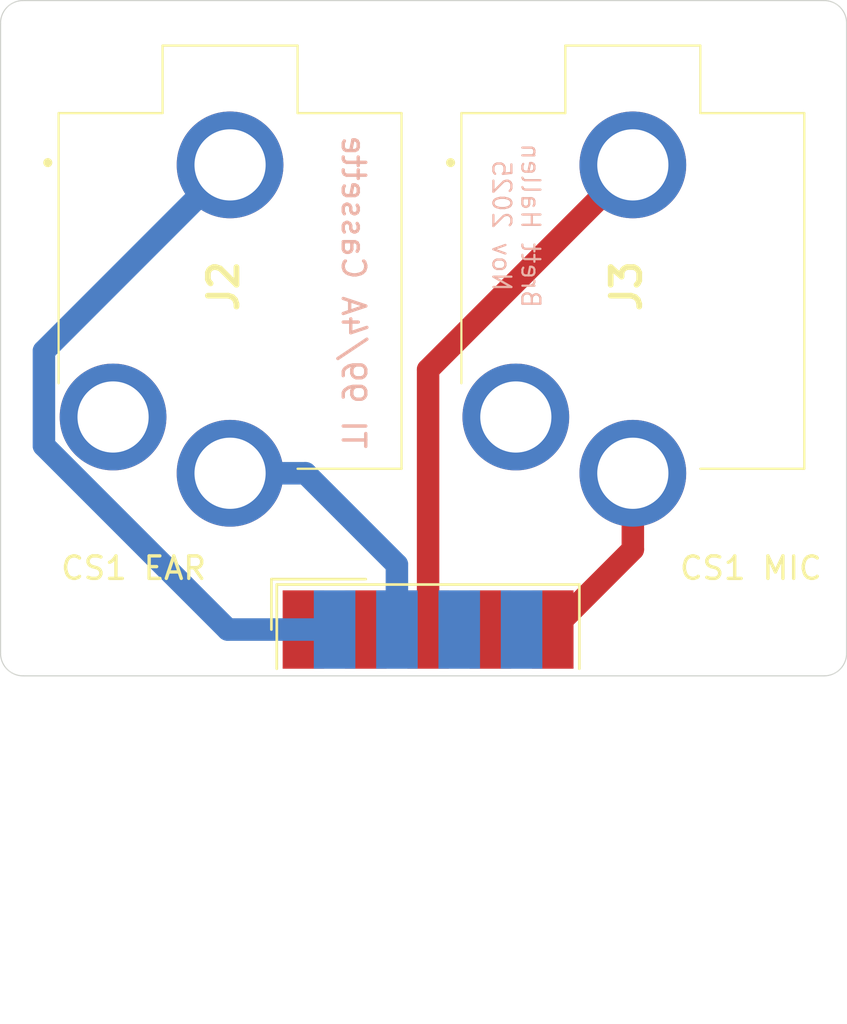
<source format=kicad_pcb>
(kicad_pcb (version 20241229) (generator "pcbnew") (generator_version "9.0")
  (title_block (title "TI 99/4A Cassette Adaptor (Design #2)") (date "7/NOV/2025") (rev "A") (company "Brett Hallen") (comment 1 "www.youtube.com/@Brfff"))
  (layers (0 "F.Cu" signal) (2 "B.Cu" signal) (13 "F.Paste" user) (15 "B.Paste" user) (5 "F.SilkS" user "F.Silkscreen") (7 "B.SilkS" user "B.Silkscreen") (1 "F.Mask" user) (3 "B.Mask" user) (25 "Edge.Cuts" user))
  (net 0 "")
  (net 1 "CS1_MOTOR-")
  (net 3 "CS1_MIC-")
  (net 4 "CS1_MIC+")
  (net 5 "CS2_MOTOR-")
  (net 6 "CS2_MOTOR+")
  (net 7 "CS1_MOTOR+")
  (net 8 "CS1_EAR-")
  (net 9 "CS1_EAR+")
  (footprint "Clueless_Engineer:MJ3536N" (layer "F.Cu") (at 105.755 54.9435 -90)
    (property "Reference" "J3" (at 0 0 90) (layer "F.SilkS") (effects (font (size 1.27 1.27) (thickness 0.254))))
    (property "Value" "CS1 MIC" (hide yes))
    (fp_line (start -5.586 7.81) (end -5.586 7.81) (stroke (width 0.2)) (layer "F.SilkS"))
    (fp_line (start -5.386 7.81) (end -5.386 7.81) (stroke (width 0.2)) (layer "F.SilkS"))
    (fp_line (start -7.686 7.33) (end 4.314 7.33) (stroke (width 0.1)) (layer "F.SilkS"))
    (fp_line (start -10.686 2.71) (end -7.686 2.71) (stroke (width 0.1)) (layer "F.SilkS"))
    (fp_line (start -7.686 2.71) (end -7.686 7.33) (stroke (width 0.1)) (layer "F.SilkS"))
    (fp_line (start -10.686 -3.29) (end -10.686 2.71) (stroke (width 0.1)) (layer "F.SilkS"))
    (fp_line (start -10.686 -3.29) (end -10.686 -3.29) (stroke (width 0.1)) (layer "F.SilkS"))
    (fp_line (start -7.686 -3.29) (end -10.686 -3.29) (stroke (width 0.1)) (layer "F.SilkS"))
    (fp_line (start 8.114 -3.29) (end 8.114 -7.91) (stroke (width 0.1)) (layer "F.SilkS"))
    (fp_line (start -7.686 -7.91) (end -7.686 -3.29) (stroke (width 0.1)) (layer "F.SilkS"))
    (fp_line (start 8.114 -7.91) (end -7.686 -7.91) (stroke (width 0.1)) (layer "F.SilkS"))
    (fp_arc (start -5.586 7.81) (mid -5.486 7.71) (end -5.386 7.81) (stroke (width 0.2)) (layer "F.SilkS"))
    (fp_arc (start -5.386 7.81) (mid -5.486 7.91) (end -5.586 7.81) (stroke (width 0.2)) (layer "F.SilkS"))
    (pad "1" thru_hole circle (at -5.386 -0.29 270) (size 4.743 4.743) (drill 3.1623) (layers "*.Cu" "*.Mask") (net 3 "CS1_MIC-"))
    (pad "2" thru_hole circle (at 8.314 -0.29 270) (size 4.743 4.743) (drill 3.1623) (layers "*.Cu" "*.Mask") (net 4 "CS1_MIC+"))
    (pad "3" thru_hole circle (at 5.814 4.91 270) (size 4.743 4.743) (drill 3.1623) (layers "*.Cu" "*.Mask"))
  )
  (footprint "Clueless_Engineer:MJ3536N" (layer "F.Cu") (at 87.855 54.9435 -90)
    (property "Reference" "J2" (at 0 0 90) (layer "F.SilkS") (effects (font (size 1.27 1.27) (thickness 0.254))))
    (property "Value" "CS1 EAR" (hide yes))
    (fp_line (start -5.586 7.81) (end -5.586 7.81) (stroke (width 0.2)) (layer "F.SilkS"))
    (fp_line (start -5.386 7.81) (end -5.386 7.81) (stroke (width 0.2)) (layer "F.SilkS"))
    (fp_line (start -7.686 7.33) (end 4.314 7.33) (stroke (width 0.1)) (layer "F.SilkS"))
    (fp_line (start -10.686 2.71) (end -7.686 2.71) (stroke (width 0.1)) (layer "F.SilkS"))
    (fp_line (start -7.686 2.71) (end -7.686 7.33) (stroke (width 0.1)) (layer "F.SilkS"))
    (fp_line (start -10.686 -3.29) (end -10.686 2.71) (stroke (width 0.1)) (layer "F.SilkS"))
    (fp_line (start -10.686 -3.29) (end -10.686 -3.29) (stroke (width 0.1)) (layer "F.SilkS"))
    (fp_line (start -7.686 -3.29) (end -10.686 -3.29) (stroke (width 0.1)) (layer "F.SilkS"))
    (fp_line (start 8.114 -3.29) (end 8.114 -7.91) (stroke (width 0.1)) (layer "F.SilkS"))
    (fp_line (start -7.686 -7.91) (end -7.686 -3.29) (stroke (width 0.1)) (layer "F.SilkS"))
    (fp_line (start 8.114 -7.91) (end -7.686 -7.91) (stroke (width 0.1)) (layer "F.SilkS"))
    (fp_arc (start -5.586 7.81) (mid -5.486 7.71) (end -5.386 7.81) (stroke (width 0.2)) (layer "F.SilkS"))
    (fp_arc (start -5.386 7.81) (mid -5.486 7.91) (end -5.586 7.81) (stroke (width 0.2)) (layer "F.SilkS"))
    (pad "1" thru_hole circle (at -5.386 -0.29 270) (size 4.743 4.743) (drill 3.1623) (layers "*.Cu" "*.Mask") (net 8 "CS1_EAR-"))
    (pad "2" thru_hole circle (at 8.314 -0.29 270) (size 4.743 4.743) (drill 3.1623) (layers "*.Cu" "*.Mask") (net 9 "CS1_EAR+"))
    (pad "3" thru_hole circle (at 5.814 4.91 270) (size 4.743 4.743) (drill 3.1623) (layers "*.Cu" "*.Mask"))
  )
  (footprint "Connector_Dsub:DSUB-9_Pins_EdgeMount_P2.77mm" (layer "F.Cu") (at 96.945 70.2)
    (property "Reference" "J1" (hide yes))
    (property "Value" "Cassette")
    (fp_line (start -6.963333 -2.24) (end -2.77 -2.24) (stroke (width 0.12)) (layer "F.SilkS"))
    (fp_line (start -6.963333 0) (end -6.963333 -2.24) (stroke (width 0.12)) (layer "F.SilkS"))
    (fp_line (start -6.723333 -2) (end -6.723333 1.74) (stroke (width 0.12)) (layer "F.SilkS"))
    (fp_line (start 6.723333 -2) (end -6.723333 -2) (stroke (width 0.12)) (layer "F.SilkS"))
    (fp_line (start 6.723333 1.74) (end 6.723333 -2) (stroke (width 0.12)) (layer "F.SilkS"))
    (pad "1" smd rect (at -5.54 0) (size 1.846667 3.48) (layers "F.Cu" "F.Mask" "F.Paste") (net 7 "CS1_MOTOR+"))
    (pad "2" smd rect (at -2.77 0) (size 1.846667 3.48) (layers "F.Cu" "F.Mask" "F.Paste") (net 1 "CS1_MOTOR-"))
    (pad "3" smd rect (at 0 0) (size 1.846667 3.48) (layers "F.Cu" "F.Mask" "F.Paste") (net 3 "CS1_MIC-"))
    (pad "4" smd rect (at 2.77 0) (size 1.846667 3.48) (layers "F.Cu" "F.Mask" "F.Paste"))
    (pad "5" smd rect (at 5.54 0) (size 1.846667 3.48) (layers "F.Cu" "F.Mask" "F.Paste") (net 4 "CS1_MIC+"))
    (pad "6" smd rect (at -4.155 0) (size 1.846667 3.48) (layers "B.Cu" "B.Mask" "B.Paste") (net 8 "CS1_EAR-"))
    (pad "7" smd rect (at -1.385 0) (size 1.846667 3.48) (layers "B.Cu" "B.Mask" "B.Paste") (net 9 "CS1_EAR+"))
    (pad "8" smd rect (at 1.385 0) (size 1.846667 3.48) (layers "B.Cu" "B.Mask" "B.Paste") (net 5 "CS2_MOTOR-"))
    (pad "9" smd rect (at 4.155 0) (size 1.846667 3.48) (layers "B.Cu" "B.Mask" "B.Paste") (net 6 "CS2_MOTOR+"))
  )
  (gr_line (start 115.545 43.2575) (end 115.545 71.2575) (stroke (width 0.05)) (layer "Edge.Cuts"))
  (gr_arc (start 115.545 71.2575) (mid 115.252107 71.964607) (end 114.545 72.2575) (stroke (width 0.05)) (layer "Edge.Cuts"))
  (gr_line (start 77.945 71.2575) (end 77.945 43.2575) (stroke (width 0.05)) (layer "Edge.Cuts"))
  (gr_line (start 114.545 72.2575) (end 78.945 72.2575) (stroke (width 0.05)) (layer "Edge.Cuts"))
  (gr_arc (start 114.545 42.2575) (mid 115.252107 42.550393) (end 115.545 43.2575) (stroke (width 0.05)) (layer "Edge.Cuts"))
  (gr_line (start 78.945 42.2575) (end 114.545 42.2575) (stroke (width 0.05)) (layer "Edge.Cuts"))
  (gr_arc (start 77.945 43.2575) (mid 78.237893 42.550393) (end 78.945 42.2575) (stroke (width 0.05)) (layer "Edge.Cuts"))
  (gr_arc (start 78.945 72.2575) (mid 78.237893 71.964607) (end 77.945 71.2575) (stroke (width 0.05)) (layer "Edge.Cuts"))
  (gr_text "CS1 MIC" (at 108.045 68.0575 0) (layer "F.SilkS") (effects (font (size 1 1)) (justify left bottom)))
  (gr_text "CS1 EAR" (at 80.545 68.0575 0) (layer "F.SilkS") (effects (font (size 1 1)) (justify left bottom)))
  (gr_text "Brett Hallen\nNov 2025" (at 99.745 52.2575 270) (layer "B.SilkS") (effects (font (size 0.8 0.8) (thickness 0.1)) (justify bottom mirror)))
  (gr_text "TI 99/4A Cassette" (at 93.045 62.2575 270) (layer "B.SilkS") (effects (font (size 1 1)) (justify left bottom mirror)))
  (segment (start 96.945 58.6575) (end 96.945 70.2) (width 1) (layer "F.Cu") (net 3))
  (segment (start 106.045 49.5575) (end 96.945 58.6575) (width 1) (layer "F.Cu") (net 3))
  (segment (start 106.045 63.2575) (end 106.045 66.64) (width 1) (layer "F.Cu") (net 4))
  (segment (start 106.045 66.64) (end 102.485 70.2) (width 1) (layer "F.Cu") (net 4))
  (segment (start 88.145 49.5575) (end 79.8725 57.83) (width 1) (layer "B.Cu") (net 8))
  (segment (start 79.8725 62.030172) (end 88.042328 70.2) (width 1) (layer "B.Cu") (net 8))
  (segment (start 79.8725 57.83) (end 79.8725 62.030172) (width 1) (layer "B.Cu") (net 8))
  (segment (start 88.042328 70.2) (end 92.79 70.2) (width 1) (layer "B.Cu") (net 8))
  (segment (start 95.56 67.318693) (end 95.56 70.2) (width 1) (layer "B.Cu") (net 9))
  (segment (start 91.498807 63.2575) (end 95.56 67.318693) (width 1) (layer "B.Cu") (net 9))
  (segment (start 88.145 63.2575) (end 91.498807 63.2575) (width 1) (layer "B.Cu") (net 9))
)
</source>
